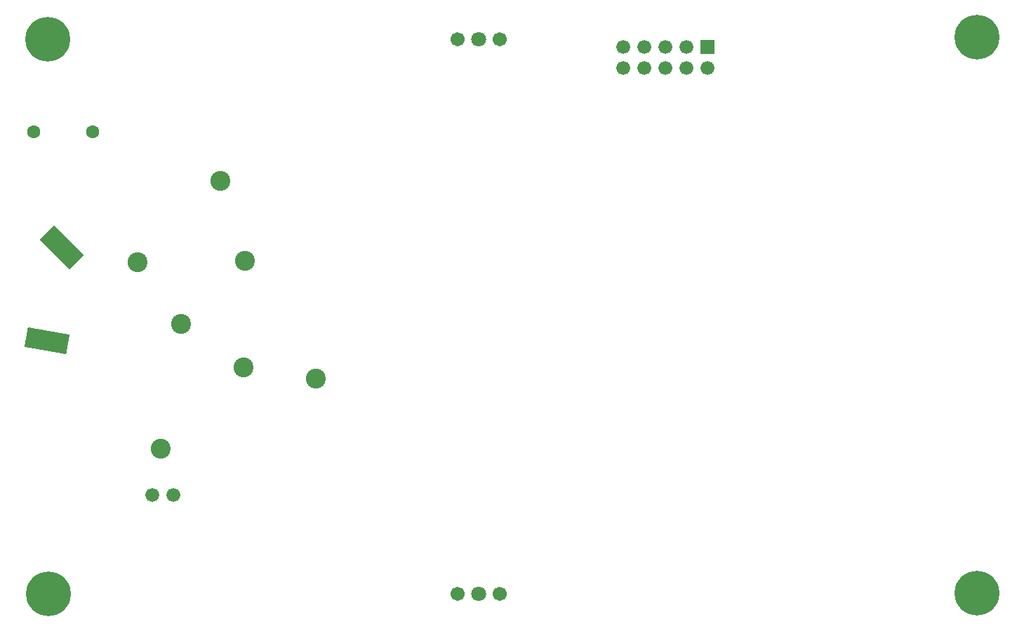
<source format=gbs>
G04 Layer: BottomSolderMaskLayer*
G04 EasyEDA v6.5.46, 2025-01-01 16:01:39*
G04 1acd7fc2553046b79c71bda98b4923fc,10*
G04 Gerber Generator version 0.2*
G04 Scale: 100 percent, Rotated: No, Reflected: No *
G04 Dimensions in millimeters *
G04 leading zeros omitted , absolute positions ,4 integer and 5 decimal *
%FSLAX45Y45*%
%MOMM*%

%AMMACRO1*4,1,8,-0.8085,-0.8382,-0.8382,-0.8085,-0.8382,0.8084,-0.8085,0.8382,0.8084,0.8382,0.8382,0.8084,0.8382,-0.8085,0.8084,-0.8382,-0.8085,-0.8382,0*%
%AMMACRO2*4,1,8,0.9335,-2.6317,-2.6317,0.9335,-2.6317,0.9756,-0.9756,2.6317,-0.9335,2.6317,2.6317,-0.9335,2.6317,-0.9756,0.9756,-2.6317,0.9335,-2.6317,0*%
%AMMACRO3*4,1,8,2.2742,-1.6203,-2.6912,-0.7448,-2.7154,-0.7103,-2.3087,1.5962,-2.2742,1.6203,2.6912,0.7448,2.7154,0.7103,2.3087,-1.5962,2.2742,-1.6203,0*%
%ADD10C,1.6766*%
%ADD11C,1.6764*%
%ADD12MACRO1*%
%ADD13C,1.6016*%
%ADD14C,5.4016*%
%ADD15C,1.8016*%
%ADD17C,1.7016*%
%ADD18MACRO2*%
%ADD19MACRO3*%
%ADD20C,2.4016*%

%LPD*%
D10*
G01*
X6982152Y6992950D03*
G01*
X6982152Y6738950D03*
G01*
X7744152Y6992950D03*
D11*
G01*
X7998152Y6738950D03*
G01*
X7744152Y6738950D03*
G01*
X7490152Y6738950D03*
D12*
G01*
X7998152Y6992950D03*
D11*
G01*
X7490152Y6992950D03*
G01*
X7236152Y6738950D03*
G01*
X7236152Y6992950D03*
D13*
G01*
X-123675Y5972175D03*
G01*
X587524Y5972175D03*
D14*
G01*
X54124Y391795D03*
G01*
X11252984Y398145D03*
G01*
X11249174Y7108825D03*
G01*
X40154Y7085964D03*
D15*
G01*
X5240169Y7085964D03*
D17*
G01*
X5494169Y7085964D03*
G01*
X4986169Y7085964D03*
D11*
G01*
X1303195Y1578787D03*
G01*
X1557195Y1578787D03*
D15*
G01*
X5242125Y391795D03*
D17*
G01*
X5496125Y391795D03*
G01*
X4988125Y391795D03*
D18*
G01*
X209292Y4568315D03*
D19*
G01*
X32304Y3442333D03*
D20*
G01*
X1129078Y4394733D03*
G01*
X2126104Y5373370D03*
G01*
X2420236Y4413122D03*
G01*
X1404846Y2143302D03*
G01*
X1654451Y3647312D03*
G01*
X2401872Y3121939D03*
G01*
X3276546Y2985465D03*
M02*

</source>
